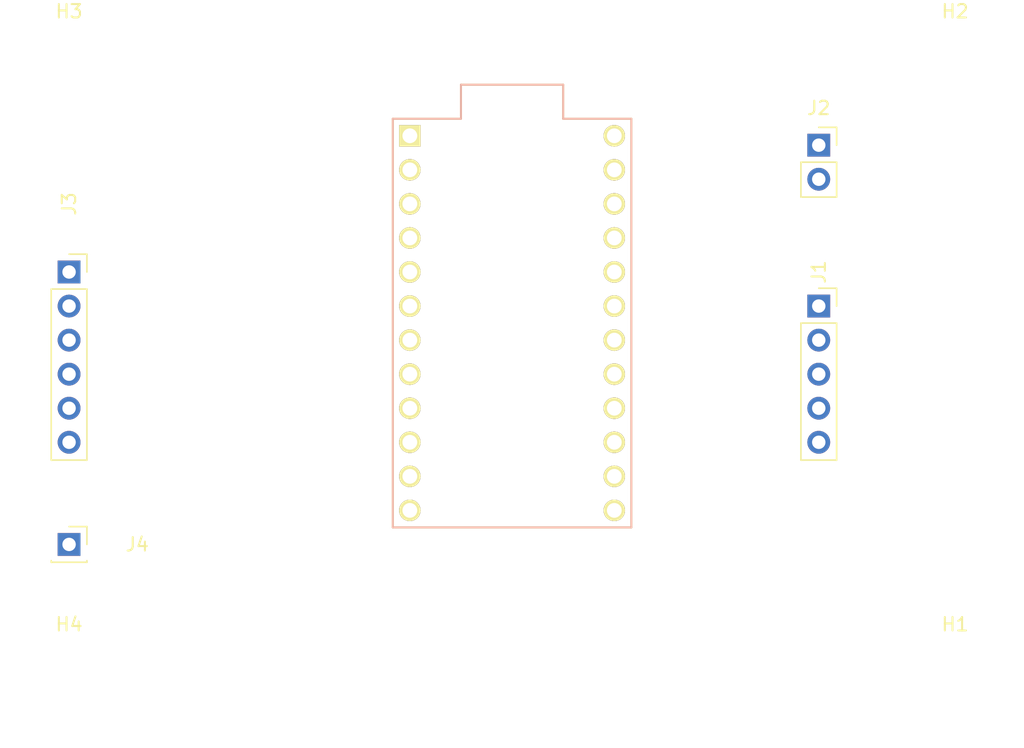
<source format=kicad_pcb>
(kicad_pcb (version 20221018) (generator pcbnew)
  (layers (0 "F.Cu" signal) (31 "B.Cu" signal) (34 "B.Paste" user) (35 "F.Paste" user) (36 "B.SilkS" user "B.Silkscreen") (37 "F.SilkS" user "F.Silkscreen") (38 "B.Mask" user) (39 "F.Mask" user) (44 "Edge.Cuts" user))
  (net 0 "")
  (net 1 "Net-(J1-Pin_1)")
  (net 2 "GND")
  (net 3 "Net-(J1-Pin_3)")
  (net 4 "Net-(J1-Pin_4)")
  (net 5 "Net-(J1-Pin_5)")
  (net 6 "Net-(J2-Pin_1)")
  (net 7 "Net-(J3-Pin_6)")
  (net 9 "Net-(J3-Pin_2)")
  (net 10 "Net-(J3-Pin_3)")
  (net 11 "Net-(J3-Pin_4)")
  (net 12 "Net-(J3-Pin_5)")
  (footprint "Connector_PinSocket_2.54mm:PinSocket_1x01_P2.54mm_Vertical" (layer "F.Cu") (at 53.34 68.58)
    (fp_text reference "J4" (at 5.08 0) (layer "F.SilkS"))
    (fp_text value "Conn_01x02")
    (fp_line (start -1.33 1.21) (end -1.33 1.33) (stroke (width 0.12)) (layer "F.SilkS"))
    (fp_line (start -1.33 1.33) (end 1.33 1.33) (stroke (width 0.12)) (layer "F.SilkS"))
    (fp_line (start 0 -1.33) (end 1.33 -1.33) (stroke (width 0.12)) (layer "F.SilkS"))
    (fp_line (start 1.33 -1.33) (end 1.33 0) (stroke (width 0.12)) (layer "F.SilkS"))
    (fp_line (start 1.33 1.21) (end 1.33 1.33) (stroke (width 0.12)) (layer "F.SilkS"))
    (pad "1" thru_hole rect (at 0 0) (size 1.7 1.7) (drill 1) (layers "*.Cu" "*.Mask") (net 7 "Net-(J3-Pin_6)"))
  )
  (footprint "promicro:ProMicro" (layer "F.Cu") (at 86.36 52.07 -90)
    (fp_text reference "U1" hide)
    (fp_text value "ProMicro")
    (fp_line (start -17.78 -3.81) (end -15.24 -3.81) (stroke (width 0.15)) (layer "B.SilkS"))
    (fp_line (start -17.78 3.81) (end -17.78 -3.81) (stroke (width 0.15)) (layer "B.SilkS"))
    (fp_line (start -15.24 -8.89) (end 15.24 -8.89) (stroke (width 0.15)) (layer "B.SilkS"))
    (fp_line (start -15.24 -3.81) (end -15.24 -8.89) (stroke (width 0.15)) (layer "B.SilkS"))
    (fp_line (start -15.24 3.81) (end -17.78 3.81) (stroke (width 0.15)) (layer "B.SilkS"))
    (fp_line (start -15.24 8.89) (end -15.24 3.81) (stroke (width 0.15)) (layer "B.SilkS"))
    (fp_line (start 15.24 -8.89) (end 15.24 8.89) (stroke (width 0.15)) (layer "B.SilkS"))
    (fp_line (start 15.24 8.89) (end -15.24 8.89) (stroke (width 0.15)) (layer "B.SilkS"))
    (fp_line (start -17.78 -3.81) (end -15.24 -3.81) (stroke (width 0.15)) (layer "F.SilkS"))
    (fp_line (start -17.78 3.81) (end -17.78 -3.81) (stroke (width 0.15)) (layer "F.SilkS"))
    (fp_line (start -15.24 -8.89) (end 15.24 -8.89) (stroke (width 0.15)) (layer "F.SilkS"))
    (fp_line (start -15.24 -3.81) (end -15.24 -8.89) (stroke (width 0.15)) (layer "F.SilkS"))
    (fp_line (start -15.24 3.81) (end -17.78 3.81) (stroke (width 0.15)) (layer "F.SilkS"))
    (fp_line (start -15.24 8.89) (end -15.24 3.81) (stroke (width 0.15)) (layer "F.SilkS"))
    (fp_line (start -15.24 8.89) (end 15.24 8.89) (stroke (width 0.15)) (layer "F.SilkS"))
    (fp_line (start 15.24 -8.89) (end 15.24 8.89) (stroke (width 0.15)) (layer "F.SilkS"))
    (pad "1" thru_hole rect (at -13.97 7.62 270) (size 1.6 1.6) (drill 1.1) (layers "*.Cu" "*.Mask" "F.SilkS"))
    (pad "2" thru_hole circle (at -11.43 7.62 270) (size 1.6 1.6) (drill 1.1) (layers "*.Cu" "*.Mask" "F.SilkS"))
    (pad "3" thru_hole circle (at -8.89 7.62 270) (size 1.6 1.6) (drill 1.1) (layers "*.Cu" "*.Mask" "F.SilkS") (net 2 "GND"))
    (pad "4" thru_hole circle (at -6.35 7.62 270) (size 1.6 1.6) (drill 1.1) (layers "*.Cu" "*.Mask" "F.SilkS") (net 2 "GND"))
    (pad "5" thru_hole circle (at -3.81 7.62 270) (size 1.6 1.6) (drill 1.1) (layers "*.Cu" "*.Mask" "F.SilkS"))
    (pad "6" thru_hole circle (at -1.27 7.62 270) (size 1.6 1.6) (drill 1.1) (layers "*.Cu" "*.Mask" "F.SilkS"))
    (pad "7" thru_hole circle (at 1.27 7.62 270) (size 1.6 1.6) (drill 1.1) (layers "*.Cu" "*.Mask" "F.SilkS"))
    (pad "8" thru_hole circle (at 3.81 7.62 270) (size 1.6 1.6) (drill 1.1) (layers "*.Cu" "*.Mask" "F.SilkS") (net 11 "Net-(J3-Pin_4)"))
    (pad "9" thru_hole circle (at 6.35 7.62 270) (size 1.6 1.6) (drill 1.1) (layers "*.Cu" "*.Mask" "F.SilkS") (net 12 "Net-(J3-Pin_5)"))
    (pad "10" thru_hole circle (at 8.89 7.62 270) (size 1.6 1.6) (drill 1.1) (layers "*.Cu" "*.Mask" "F.SilkS"))
    (pad "11" thru_hole circle (at 11.43 7.62 270) (size 1.6 1.6) (drill 1.1) (layers "*.Cu" "*.Mask" "F.SilkS"))
    (pad "12" thru_hole circle (at 13.97 7.62 270) (size 1.6 1.6) (drill 1.1) (layers "*.Cu" "*.Mask" "F.SilkS"))
    (pad "13" thru_hole circle (at 13.97 -7.62 270) (size 1.6 1.6) (drill 1.1) (layers "*.Cu" "*.Mask" "F.SilkS") (net 10 "Net-(J3-Pin_3)"))
    (pad "14" thru_hole circle (at 11.43 -7.62 270) (size 1.6 1.6) (drill 1.1) (layers "*.Cu" "*.Mask" "F.SilkS") (net 1 "Net-(J1-Pin_1)"))
    (pad "15" thru_hole circle (at 8.89 -7.62 270) (size 1.6 1.6) (drill 1.1) (layers "*.Cu" "*.Mask" "F.SilkS") (net 1 "Net-(J1-Pin_1)"))
    (pad "16" thru_hole circle (at 6.35 -7.62 270) (size 1.6 1.6) (drill 1.1) (layers "*.Cu" "*.Mask" "F.SilkS") (net 3 "Net-(J1-Pin_3)"))
    (pad "17" thru_hole circle (at 3.81 -7.62 270) (size 1.6 1.6) (drill 1.1) (layers "*.Cu" "*.Mask" "F.SilkS") (net 4 "Net-(J1-Pin_4)"))
    (pad "18" thru_hole circle (at 1.27 -7.62 270) (size 1.6 1.6) (drill 1.1) (layers "*.Cu" "*.Mask" "F.SilkS") (net 5 "Net-(J1-Pin_5)"))
    (pad "19" thru_hole circle (at -1.27 -7.62 270) (size 1.6 1.6) (drill 1.1) (layers "*.Cu" "*.Mask" "F.SilkS") (net 6 "Net-(J2-Pin_1)"))
    (pad "20" thru_hole circle (at -3.81 -7.62 270) (size 1.6 1.6) (drill 1.1) (layers "*.Cu" "*.Mask" "F.SilkS") (net 9 "Net-(J3-Pin_2)"))
    (pad "21" thru_hole circle (at -6.35 -7.62 270) (size 1.6 1.6) (drill 1.1) (layers "*.Cu" "*.Mask" "F.SilkS"))
    (pad "22" thru_hole circle (at -8.89 -7.62 270) (size 1.6 1.6) (drill 1.1) (layers "*.Cu" "*.Mask" "F.SilkS"))
    (pad "23" thru_hole circle (at -11.43 -7.62 270) (size 1.6 1.6) (drill 1.1) (layers "*.Cu" "*.Mask" "F.SilkS"))
    (pad "24" thru_hole circle (at -13.97 -7.62 270) (size 1.6 1.6) (drill 1.1) (layers "*.Cu" "*.Mask" "F.SilkS"))
  )
  (footprint "Connector_PinSocket_2.54mm:PinSocket_1x05_P2.54mm_Vertical" (layer "F.Cu") (at 109.22 50.8)
    (fp_text reference "J1" (at 0 -2.54 -90) (layer "F.SilkS"))
    (fp_text value "Conn_01x05")
    (fp_line (start -1.33 1.27) (end -1.33 11.49) (stroke (width 0.12)) (layer "F.SilkS"))
    (fp_line (start -1.33 1.27) (end 1.33 1.27) (stroke (width 0.12)) (layer "F.SilkS"))
    (fp_line (start -1.33 11.49) (end 1.33 11.49) (stroke (width 0.12)) (layer "F.SilkS"))
    (fp_line (start 0 -1.33) (end 1.33 -1.33) (stroke (width 0.12)) (layer "F.SilkS"))
    (fp_line (start 1.33 -1.33) (end 1.33 0) (stroke (width 0.12)) (layer "F.SilkS"))
    (fp_line (start 1.33 1.27) (end 1.33 11.49) (stroke (width 0.12)) (layer "F.SilkS"))
    (pad "1" thru_hole rect (at 0 0) (size 1.7 1.7) (drill 1) (layers "*.Cu" "*.Mask") (net 1 "Net-(J1-Pin_1)"))
    (pad "2" thru_hole oval (at 0 2.54) (size 1.7 1.7) (drill 1) (layers "*.Cu" "*.Mask") (net 1 "Net-(J1-Pin_1)"))
    (pad "3" thru_hole oval (at 0 5.08) (size 1.7 1.7) (drill 1) (layers "*.Cu" "*.Mask") (net 3 "Net-(J1-Pin_3)"))
    (pad "4" thru_hole oval (at 0 7.62) (size 1.7 1.7) (drill 1) (layers "*.Cu" "*.Mask") (net 4 "Net-(J1-Pin_4)"))
    (pad "5" thru_hole oval (at 0 10.16) (size 1.7 1.7) (drill 1) (layers "*.Cu" "*.Mask") (net 5 "Net-(J1-Pin_5)"))
  )
  (footprint "MountingHole:MountingHole_3.2mm_M3" (layer "F.Cu") (at 53.34 33.02)
    (fp_text reference "H3" (at 0 -4.2) (layer "F.SilkS"))
    (fp_text value "MountingHole")
    (pad "" np_thru_hole circle (at 0 0) (size 3.2 3.2) (drill 3.2) (layers "*.Cu" "*.Mask"))
  )
  (footprint "MountingHole:MountingHole_3.2mm_M3" (layer "F.Cu") (at 119.38 33.02)
    (fp_text reference "H2" (at 0 -4.2) (layer "F.SilkS"))
    (fp_text value "MountingHole")
    (pad "" np_thru_hole circle (at 0 0) (size 3.2 3.2) (drill 3.2) (layers "*.Cu" "*.Mask"))
  )
  (footprint "Connector_PinSocket_2.54mm:PinSocket_1x06_P2.54mm_Vertical" (layer "F.Cu") (at 53.34 48.26)
    (fp_text reference "J3" (at 0 -5.08 -90) (layer "F.SilkS"))
    (fp_text value "Conn_01x06")
    (fp_line (start -1.33 1.27) (end -1.33 14.03) (stroke (width 0.12)) (layer "F.SilkS"))
    (fp_line (start -1.33 1.27) (end 1.33 1.27) (stroke (width 0.12)) (layer "F.SilkS"))
    (fp_line (start -1.33 14.03) (end 1.33 14.03) (stroke (width 0.12)) (layer "F.SilkS"))
    (fp_line (start 0 -1.33) (end 1.33 -1.33) (stroke (width 0.12)) (layer "F.SilkS"))
    (fp_line (start 1.33 -1.33) (end 1.33 0) (stroke (width 0.12)) (layer "F.SilkS"))
    (fp_line (start 1.33 1.27) (end 1.33 14.03) (stroke (width 0.12)) (layer "F.SilkS"))
    (pad "1" thru_hole rect (at 0 0) (size 1.7 1.7) (drill 1) (layers "*.Cu" "*.Mask") (net 2 "GND"))
    (pad "2" thru_hole oval (at 0 2.54) (size 1.7 1.7) (drill 1) (layers "*.Cu" "*.Mask") (net 9 "Net-(J3-Pin_2)"))
    (pad "3" thru_hole oval (at 0 5.08) (size 1.7 1.7) (drill 1) (layers "*.Cu" "*.Mask") (net 10 "Net-(J3-Pin_3)"))
    (pad "4" thru_hole oval (at 0 7.62) (size 1.7 1.7) (drill 1) (layers "*.Cu" "*.Mask") (net 11 "Net-(J3-Pin_4)"))
    (pad "5" thru_hole oval (at 0 10.16) (size 1.7 1.7) (drill 1) (layers "*.Cu" "*.Mask") (net 12 "Net-(J3-Pin_5)"))
    (pad "6" thru_hole oval (at 0 12.7) (size 1.7 1.7) (drill 1) (layers "*.Cu" "*.Mask") (net 7 "Net-(J3-Pin_6)"))
  )
  (footprint "MountingHole:MountingHole_3.2mm_M3" (layer "F.Cu") (at 53.34 78.74)
    (fp_text reference "H4" (at 0 -4.2) (layer "F.SilkS"))
    (fp_text value "MountingHole")
    (pad "" np_thru_hole circle (at 0 0) (size 3.2 3.2) (drill 3.2) (layers "*.Cu" "*.Mask"))
  )
  (footprint "Connector_PinSocket_2.54mm:PinSocket_1x02_P2.54mm_Vertical" (layer "F.Cu") (at 109.22 38.8)
    (fp_text reference "J2" (at 0 -2.77) (layer "F.SilkS"))
    (fp_text value "Conn_01x02")
    (fp_line (start -1.33 1.27) (end -1.33 3.87) (stroke (width 0.12)) (layer "F.SilkS"))
    (fp_line (start -1.33 1.27) (end 1.33 1.27) (stroke (width 0.12)) (layer "F.SilkS"))
    (fp_line (start -1.33 3.87) (end 1.33 3.87) (stroke (width 0.12)) (layer "F.SilkS"))
    (fp_line (start 0 -1.33) (end 1.33 -1.33) (stroke (width 0.12)) (layer "F.SilkS"))
    (fp_line (start 1.33 -1.33) (end 1.33 0) (stroke (width 0.12)) (layer "F.SilkS"))
    (fp_line (start 1.33 1.27) (end 1.33 3.87) (stroke (width 0.12)) (layer "F.SilkS"))
    (pad "1" thru_hole rect (at 0 0) (size 1.7 1.7) (drill 1) (layers "*.Cu" "*.Mask") (net 6 "Net-(J2-Pin_1)"))
    (pad "2" thru_hole oval (at 0 2.54) (size 1.7 1.7) (drill 1) (layers "*.Cu" "*.Mask") (net 2 "GND"))
  )
  (footprint "MountingHole:MountingHole_3.2mm_M3" (layer "F.Cu") (at 119.38 78.74)
    (fp_text reference "H1" (at 0 -4.2) (layer "F.SilkS"))
    (fp_text value "MountingHole")
    (pad "" np_thru_hole circle (at 0 0) (size 3.2 3.2) (drill 3.2) (layers "*.Cu" "*.Mask"))
  )
)
</source>
